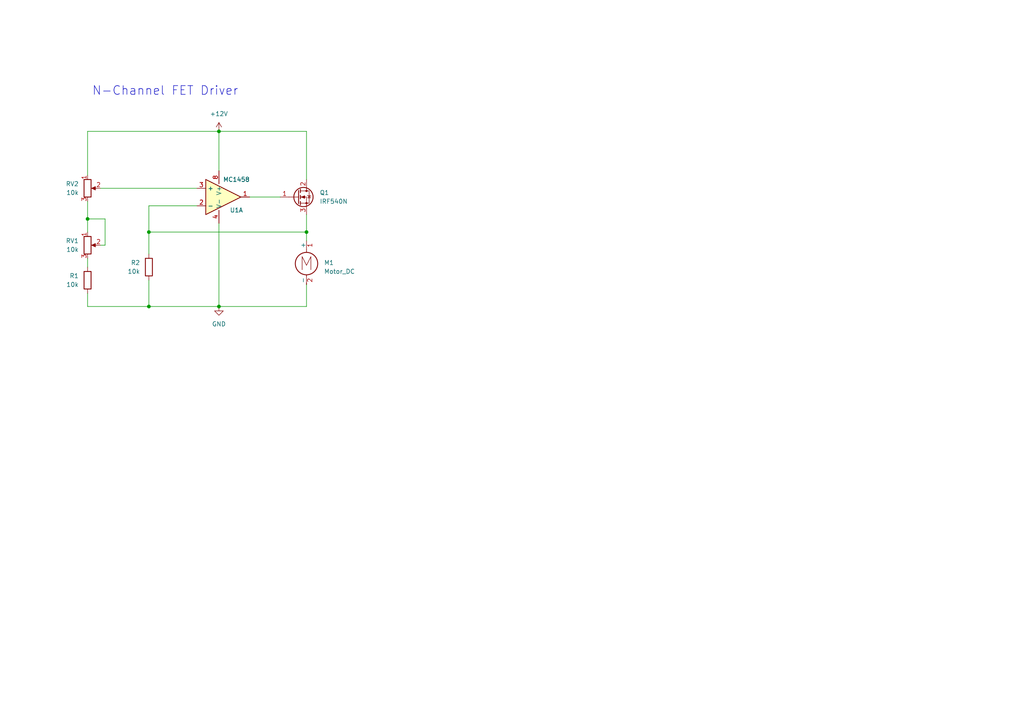
<source format=kicad_sch>
(kicad_sch (version 20211123) (generator eeschema)
  (paper "A4")
  (title_block (title "FET controller basics") (date "2022-06-04") (rev "0.1") (company "el.Dude Electronics Prototyping"))
  (lib_symbols
    (symbol "Device:Opamp_Dual"
      (property "Reference" "U" (at 0 5.08 0))
      (property "Value" "Opamp_Dual" (at 0 -5.08 0))
      (symbol "Opamp_Dual_1_1"
        (polyline (pts (xy -5.08 5.08) (xy 5.08 0) (xy -5.08 -5.08) (xy -5.08 5.08)) (stroke (width 0.254)) (fill (type background)))
        (pin output line (at 7.62 0 180) (length 2.54) (name "~") (number "1"))
        (pin input line (at -7.62 -2.54 0) (length 2.54) (name "-") (number "2"))
        (pin input line (at -7.62 2.54 0) (length 2.54) (name "+") (number "3"))
      )
      (symbol "Opamp_Dual_2_1"
        (polyline (pts (xy -5.08 5.08) (xy 5.08 0) (xy -5.08 -5.08) (xy -5.08 5.08)) (stroke (width 0.254)) (fill (type background)))
        (pin input line (at -7.62 2.54 0) (length 2.54) (name "+") (number "5"))
        (pin input line (at -7.62 -2.54 0) (length 2.54) (name "-") (number "6"))
        (pin output line (at 7.62 0 180) (length 2.54) (name "~") (number "7"))
      )
      (symbol "Opamp_Dual_3_1"
        (pin power_in line (at -2.54 -7.62 90) (length 3.81) (name "V-") (number "4"))
        (pin power_in line (at -2.54 7.62 270) (length 3.81) (name "V+") (number "8"))
      )
    )
    (symbol "Device:R" (pin_numbers hide) (pin_names (offset 0))
      (property "Reference" "R" (at 2.032 0 90))
      (property "Value" "R" (at 0 0 90))
      (symbol "R_0_1"
        (rectangle (start -1.016 -2.54) (end 1.016 2.54) (stroke (width 0.254)))
      )
      (symbol "R_1_1"
        (pin passive line (at 0 3.81 270) (length 1.27) (name "~") (number "1"))
        (pin passive line (at 0 -3.81 90) (length 1.27) (name "~") (number "2"))
      )
    )
    (symbol "Device:R_Potentiometer" (pin_names (offset 1.016) hide)
      (property "Reference" "RV" (at -4.445 0 90))
      (property "Value" "R_Potentiometer" (at -2.54 0 90))
      (symbol "R_Potentiometer_0_1"
        (polyline (pts (xy 2.54 0) (xy 1.524 0)))
        (polyline (pts (xy 1.143 0) (xy 2.286 0.508) (xy 2.286 -0.508) (xy 1.143 0)) (fill (type outline)))
        (rectangle (start 1.016 2.54) (end -1.016 -2.54) (stroke (width 0.254)))
      )
      (symbol "R_Potentiometer_1_1"
        (pin passive line (at 0 3.81 270) (length 1.27) (name "1") (number "1"))
        (pin passive line (at 3.81 0 180) (length 1.27) (name "2") (number "2"))
        (pin passive line (at 0 -3.81 90) (length 1.27) (name "3") (number "3"))
      )
    )
    (symbol "Motor:Motor_DC" (pin_names (offset 0))
      (property "Reference" "M" (at 2.54 2.54 0))
      (property "Value" "Motor_DC" (at 2.54 -5.08 0))
      (symbol "Motor_DC_0_0"
        (polyline (pts (xy -1.27 -3.302) (xy -1.27 0.508) (xy 0 -2.032) (xy 1.27 0.508) (xy 1.27 -3.302)))
      )
      (symbol "Motor_DC_0_1"
        (circle (center 0 -1.524) (radius 3.2512) (stroke (width 0.254)))
        (polyline (pts (xy 0 -7.62) (xy 0 -7.112)))
        (polyline (pts (xy 0 -4.7752) (xy 0 -5.1816)))
        (polyline (pts (xy 0 1.7272) (xy 0 2.0828)))
        (polyline (pts (xy 0 2.032) (xy 0 2.54)))
      )
      (symbol "Motor_DC_1_1"
        (pin passive line (at 0 5.08 270) (length 2.54) (name "+") (number "1"))
        (pin passive line (at 0 -7.62 90) (length 2.54) (name "-") (number "2"))
      )
    )
    (symbol "Transistor_FET:IRF540N" (pin_names hide)
      (property "Reference" "Q" (at 6.35 1.905 0))
      (property "Value" "IRF540N" (at 6.35 0 0))
      (symbol "IRF540N_0_1"
        (polyline (pts (xy 0.254 0) (xy -2.54 0)))
        (polyline (pts (xy 0.254 1.905) (xy 0.254 -1.905)) (stroke (width 0.254)))
        (polyline (pts (xy 0.762 -1.27) (xy 0.762 -2.286)) (stroke (width 0.254)))
        (polyline (pts (xy 0.762 0.508) (xy 0.762 -0.508)) (stroke (width 0.254)))
        (polyline (pts (xy 0.762 2.286) (xy 0.762 1.27)) (stroke (width 0.254)))
        (polyline (pts (xy 2.54 2.54) (xy 2.54 1.778)))
        (polyline (pts (xy 2.54 -2.54) (xy 2.54 0) (xy 0.762 0)))
        (polyline (pts (xy 0.762 -1.778) (xy 3.302 -1.778) (xy 3.302 1.778) (xy 0.762 1.778)))
        (polyline (pts (xy 1.016 0) (xy 2.032 0.381) (xy 2.032 -0.381) (xy 1.016 0)) (fill (type outline)))
        (polyline (pts (xy 2.794 0.508) (xy 2.921 0.381) (xy 3.683 0.381) (xy 3.81 0.254)))
        (polyline (pts (xy 3.302 0.381) (xy 2.921 -0.254) (xy 3.683 -0.254) (xy 3.302 0.381)))
        (circle (center 1.651 0) (radius 2.794) (stroke (width 0.254)))
        (circle (center 2.54 -1.778) (radius 0.254) (fill (type outline)))
        (circle (center 2.54 1.778) (radius 0.254) (fill (type outline)))
      )
      (symbol "IRF540N_1_1"
        (pin input line (at -5.08 0 0) (length 2.54) (name "G") (number "1"))
        (pin passive line (at 2.54 5.08 270) (length 2.54) (name "D") (number "2"))
        (pin passive line (at 2.54 -5.08 90) (length 2.54) (name "S") (number "3"))
      )
    )
    (symbol "power:+12V" (power) (pin_names (offset 0))
      (property "Value" "+12V" (at 0 3.556 0))
      (symbol "+12V_0_1"
        (polyline (pts (xy -0.762 1.27) (xy 0 2.54)))
        (polyline (pts (xy 0 0) (xy 0 2.54)))
        (polyline (pts (xy 0 2.54) (xy 0.762 1.27)))
      )
      (symbol "+12V_1_1"
        (pin power_in line (at 0 0 90) (length 0) hide (name "+12V") (number "1"))
      )
    )
    (symbol "power:GND" (power) (pin_names (offset 0))
      (property "Value" "GND" (at 0 -3.81 0))
      (symbol "GND_0_1"
        (polyline (pts (xy 0 0) (xy 0 -1.27) (xy 1.27 -1.27) (xy 0 -2.54) (xy -1.27 -1.27) (xy 0 -1.27)))
      )
      (symbol "GND_1_1"
        (pin power_in line (at 0 0 270) (length 0) hide (name "GND") (number "1"))
      )
    )
  )
  (junction (at 63.5 38.1))
  (junction (at 63.5 88.9))
  (junction (at 43.18 88.9))
  (junction (at 88.9 67.31))
  (junction (at 25.4 63.5))
  (junction (at 43.18 67.31))
  (wire (pts (xy 29.21 54.61) (xy 57.15 54.61)))
  (wire (pts (xy 25.4 88.9) (xy 43.18 88.9)))
  (wire (pts (xy 63.5 64.77) (xy 63.5 88.9)))
  (wire (pts (xy 30.48 71.12) (xy 30.48 63.5)))
  (wire (pts (xy 72.39 57.15) (xy 81.28 57.15)))
  (wire (pts (xy 63.5 38.1) (xy 63.5 49.53)))
  (wire (pts (xy 88.9 62.23) (xy 88.9 67.31)))
  (wire (pts (xy 43.18 59.69) (xy 57.15 59.69)))
  (wire (pts (xy 30.48 63.5) (xy 25.4 63.5)))
  (wire (pts (xy 43.18 67.31) (xy 43.18 59.69)))
  (wire (pts (xy 63.5 38.1) (xy 88.9 38.1)))
  (wire (pts (xy 88.9 82.55) (xy 88.9 88.9)))
  (wire (pts (xy 88.9 52.07) (xy 88.9 38.1)))
  (wire (pts (xy 25.4 38.1) (xy 63.5 38.1)))
  (wire (pts (xy 43.18 67.31) (xy 88.9 67.31)))
  (wire (pts (xy 25.4 50.8) (xy 25.4 38.1)))
  (wire (pts (xy 88.9 88.9) (xy 63.5 88.9)))
  (wire (pts (xy 30.48 71.12) (xy 29.21 71.12)))
  (wire (pts (xy 25.4 63.5) (xy 25.4 67.31)))
  (wire (pts (xy 43.18 81.28) (xy 43.18 88.9)))
  (wire (pts (xy 43.18 73.66) (xy 43.18 67.31)))
  (wire (pts (xy 88.9 67.31) (xy 88.9 69.85)))
  (wire (pts (xy 25.4 85.09) (xy 25.4 88.9)))
  (wire (pts (xy 25.4 63.5) (xy 25.4 58.42)))
  (wire (pts (xy 43.18 88.9) (xy 63.5 88.9)))
  (wire (pts (xy 25.4 74.93) (xy 25.4 77.47)))
  (text "N-Channel FET Driver" (at 26.67 27.94 0) (effects (font (size 2.54 2.54)) (justify left bottom)))
  (symbol (lib_id "Device:Opamp_Dual") (at 64.77 57.15 0) (unit 1)
    (property "Reference" "U1" (at 68.58 60.96 0))
    (property "Value" "MC1458" (at 68.58 52.07 0))
  )
  (symbol (lib_id "Motor:Motor_DC") (at 88.9 74.93 0) (unit 1)
    (property "Reference" "M1" (at 93.98 76.1999 0) (effects (justify left)))
    (property "Value" "Motor_DC" (at 93.98 78.7399 0) (effects (justify left)))
  )
  (symbol (lib_id "Transistor_FET:IRF540N") (at 86.36 57.15 0) (unit 1)
    (property "Reference" "Q1" (at 92.71 55.8799 0) (effects (justify left)))
    (property "Value" "IRF540N" (at 92.71 58.4199 0) (effects (justify left)))
    (property "Footprint" "Package_TO_SOT_THT:TO-220-3_Vertical" (effects hide))
    (property "Datasheet" "http://www.irf.com/product-info/datasheets/data/irf540n.pdf" (effects hide))
  )
  (symbol (lib_id "Device:Opamp_Dual") (at 66.04 57.15 0) (unit 3)
    (property "Reference" "U1" (effects hide))
    (property "Value" "Opamp_Dual" (effects hide))
  )
  (symbol (lib_id "Device:R") (at 25.4 81.28 0) (mirror x) (unit 1)
    (property "Reference" "R1" (at 22.86 80.0099 0) (effects (justify right)))
    (property "Value" "10k" (at 22.86 82.5499 0) (effects (justify right)))
  )
  (symbol (lib_id "power:GND") (at 63.5 88.9 0) (unit 1)
    (property "Reference" "#PWR?" (effects hide))
    (property "Value" "GND" (at 63.5 93.98 0))
  )
  (symbol (lib_id "power:+12V") (at 63.5 38.1 0) (unit 1)
    (property "Reference" "#PWR?" (effects hide))
    (property "Value" "+12V" (at 63.5 33.02 0))
  )
  (symbol (lib_id "Device:R") (at 43.18 77.47 0) (mirror x) (unit 1)
    (property "Reference" "R2" (at 40.64 76.1999 0) (effects (justify right)))
    (property "Value" "10k" (at 40.64 78.7399 0) (effects (justify right)))
  )
  (symbol (lib_id "Device:R_Potentiometer") (at 25.4 71.12 0) (unit 1)
    (property "Reference" "RV1" (at 22.86 69.8499 0) (effects (justify right)))
    (property "Value" "10k" (at 22.86 72.3899 0) (effects (justify right)))
  )
  (symbol (lib_id "Device:R_Potentiometer") (at 25.4 54.61 0) (unit 1)
    (property "Reference" "RV2" (at 22.86 53.3399 0) (effects (justify right)))
    (property "Value" "10k" (at 22.86 55.8799 0) (effects (justify right)))
  )
)
</source>
